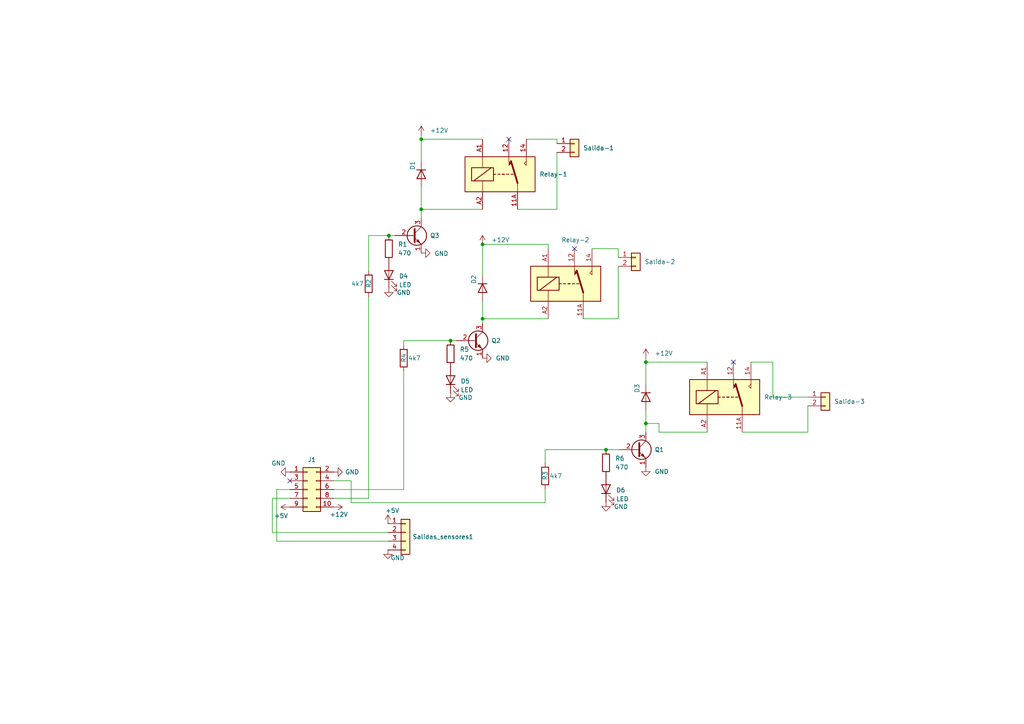
<source format=kicad_sch>
(kicad_sch (version 20211123) (generator eeschema)
  (paper "A4")
  (lib_symbols
    (symbol "Connector_Generic:Conn_01x02" (pin_names (offset 1.016) hide)
      (property "Reference" "J" (at 0 2.54 0))
      (property "Value" "Conn_01x02" (at 0 -5.08 0))
      (symbol "Conn_01x02_1_1"
        (rectangle (start -1.27 -2.413) (end 0 -2.667) (stroke (width 0.1524)))
        (rectangle (start -1.27 0.127) (end 0 -0.127) (stroke (width 0.1524)))
        (rectangle (start -1.27 1.27) (end 1.27 -3.81) (stroke (width 0.254)) (fill (type background)))
        (pin passive line (at -5.08 0 0) (length 3.81) (name "Pin_1") (number "1"))
        (pin passive line (at -5.08 -2.54 0) (length 3.81) (name "Pin_2") (number "2"))
      )
    )
    (symbol "Connector_Generic:Conn_01x04" (pin_names (offset 1.016) hide)
      (property "Reference" "J" (at 0 5.08 0))
      (property "Value" "Conn_01x04" (at 0 -7.62 0))
      (symbol "Conn_01x04_1_1"
        (rectangle (start -1.27 -4.953) (end 0 -5.207) (stroke (width 0.1524)))
        (rectangle (start -1.27 -2.413) (end 0 -2.667) (stroke (width 0.1524)))
        (rectangle (start -1.27 0.127) (end 0 -0.127) (stroke (width 0.1524)))
        (rectangle (start -1.27 2.667) (end 0 2.413) (stroke (width 0.1524)))
        (rectangle (start -1.27 3.81) (end 1.27 -6.35) (stroke (width 0.254)) (fill (type background)))
        (pin passive line (at -5.08 2.54 0) (length 3.81) (name "Pin_1") (number "1"))
        (pin passive line (at -5.08 0 0) (length 3.81) (name "Pin_2") (number "2"))
        (pin passive line (at -5.08 -2.54 0) (length 3.81) (name "Pin_3") (number "3"))
        (pin passive line (at -5.08 -5.08 0) (length 3.81) (name "Pin_4") (number "4"))
      )
    )
    (symbol "Connector_Generic:Conn_02x05_Odd_Even" (pin_names (offset 1.016) hide)
      (property "Reference" "J" (at 1.27 7.62 0))
      (property "Value" "Conn_02x05_Odd_Even" (at 1.27 -7.62 0))
      (symbol "Conn_02x05_Odd_Even_1_1"
        (rectangle (start -1.27 -4.953) (end 0 -5.207) (stroke (width 0.1524)))
        (rectangle (start -1.27 -2.413) (end 0 -2.667) (stroke (width 0.1524)))
        (rectangle (start -1.27 0.127) (end 0 -0.127) (stroke (width 0.1524)))
        (rectangle (start -1.27 2.667) (end 0 2.413) (stroke (width 0.1524)))
        (rectangle (start -1.27 5.207) (end 0 4.953) (stroke (width 0.1524)))
        (rectangle (start -1.27 6.35) (end 3.81 -6.35) (stroke (width 0.254)) (fill (type background)))
        (rectangle (start 3.81 -4.953) (end 2.54 -5.207) (stroke (width 0.1524)))
        (rectangle (start 3.81 -2.413) (end 2.54 -2.667) (stroke (width 0.1524)))
        (rectangle (start 3.81 0.127) (end 2.54 -0.127) (stroke (width 0.1524)))
        (rectangle (start 3.81 2.667) (end 2.54 2.413) (stroke (width 0.1524)))
        (rectangle (start 3.81 5.207) (end 2.54 4.953) (stroke (width 0.1524)))
        (pin passive line (at -5.08 5.08 0) (length 3.81) (name "Pin_1") (number "1"))
        (pin passive line (at 7.62 -5.08 180) (length 3.81) (name "Pin_10") (number "10"))
        (pin passive line (at 7.62 5.08 180) (length 3.81) (name "Pin_2") (number "2"))
        (pin passive line (at -5.08 2.54 0) (length 3.81) (name "Pin_3") (number "3"))
        (pin passive line (at 7.62 2.54 180) (length 3.81) (name "Pin_4") (number "4"))
        (pin passive line (at -5.08 0 0) (length 3.81) (name "Pin_5") (number "5"))
        (pin passive line (at 7.62 0 180) (length 3.81) (name "Pin_6") (number "6"))
        (pin passive line (at -5.08 -2.54 0) (length 3.81) (name "Pin_7") (number "7"))
        (pin passive line (at 7.62 -2.54 180) (length 3.81) (name "Pin_8") (number "8"))
        (pin passive line (at -5.08 -5.08 0) (length 3.81) (name "Pin_9") (number "9"))
      )
    )
    (symbol "Device:LED" (pin_numbers hide) (pin_names (offset 1.016) hide)
      (property "Reference" "D" (at 0 2.54 0))
      (property "Value" "LED" (at 0 -2.54 0))
      (symbol "LED_0_1"
        (polyline (pts (xy -1.27 -1.27) (xy -1.27 1.27)) (stroke (width 0.254)))
        (polyline (pts (xy -1.27 0) (xy 1.27 0)))
        (polyline (pts (xy 1.27 -1.27) (xy 1.27 1.27) (xy -1.27 0) (xy 1.27 -1.27)) (stroke (width 0.254)))
        (polyline (pts (xy -3.048 -0.762) (xy -4.572 -2.286) (xy -3.81 -2.286) (xy -4.572 -2.286) (xy -4.572 -1.524)))
        (polyline (pts (xy -1.778 -0.762) (xy -3.302 -2.286) (xy -2.54 -2.286) (xy -3.302 -2.286) (xy -3.302 -1.524)))
      )
      (symbol "LED_1_1"
        (pin passive line (at -3.81 0 0) (length 2.54) (name "K") (number "1"))
        (pin passive line (at 3.81 0 180) (length 2.54) (name "A") (number "2"))
      )
    )
    (symbol "Device:R" (pin_numbers hide) (pin_names (offset 0))
      (property "Reference" "R" (at 2.032 0 90))
      (property "Value" "R" (at 0 0 90))
      (symbol "R_0_1"
        (rectangle (start -1.016 -2.54) (end 1.016 2.54) (stroke (width 0.254)))
      )
      (symbol "R_1_1"
        (pin passive line (at 0 3.81 270) (length 1.27) (name "~") (number "1"))
        (pin passive line (at 0 -3.81 90) (length 1.27) (name "~") (number "2"))
      )
    )
    (symbol "Diode:1N4007" (pin_numbers hide) (pin_names (offset 1.016) hide)
      (property "Reference" "D" (at 0 2.54 0))
      (property "Value" "1N4007" (at 0 -2.54 0))
      (symbol "1N4007_0_1"
        (polyline (pts (xy -1.27 1.27) (xy -1.27 -1.27)) (stroke (width 0.254)))
        (polyline (pts (xy 1.27 0) (xy -1.27 0)))
        (polyline (pts (xy 1.27 1.27) (xy 1.27 -1.27) (xy -1.27 0) (xy 1.27 1.27)) (stroke (width 0.254)))
      )
      (symbol "1N4007_1_1"
        (pin passive line (at -3.81 0 0) (length 2.54) (name "K") (number "1"))
        (pin passive line (at 3.81 0 180) (length 2.54) (name "A") (number "2"))
      )
    )
    (symbol "Relay:RAYEX-L90"
      (property "Reference" "K" (at 11.43 3.81 0))
      (property "Value" "RAYEX-L90" (at 11.43 1.27 0))
      (symbol "RAYEX-L90_1_0"
        (polyline (pts (xy 2.54 3.81) (xy 2.54 5.08)))
        (polyline (pts (xy 7.62 3.81) (xy 7.62 5.08)))
        (polyline (pts (xy 7.62 3.81) (xy 7.62 2.54) (xy 6.985 3.175) (xy 7.62 3.81)))
      )
      (symbol "RAYEX-L90_1_1"
        (rectangle (start -10.16 5.08) (end 10.16 -5.08) (stroke (width 0.254)) (fill (type background)))
        (rectangle (start -8.255 1.905) (end -1.905 -1.905) (stroke (width 0.254)))
        (polyline (pts (xy -7.62 -1.905) (xy -2.54 1.905)) (stroke (width 0.254)))
        (polyline (pts (xy -5.08 -5.08) (xy -5.08 -1.905)))
        (polyline (pts (xy -5.08 5.08) (xy -5.08 1.905)))
        (polyline (pts (xy -1.905 0) (xy -1.27 0)) (stroke (width 0.254)))
        (polyline (pts (xy -0.635 0) (xy 0 0)) (stroke (width 0.254)))
        (polyline (pts (xy 0.635 0) (xy 1.27 0)) (stroke (width 0.254)))
        (polyline (pts (xy 0.635 0) (xy 1.27 0)) (stroke (width 0.254)))
        (polyline (pts (xy 1.905 0) (xy 2.54 0)) (stroke (width 0.254)))
        (polyline (pts (xy 3.175 0) (xy 3.81 0)) (stroke (width 0.254)))
        (polyline (pts (xy 5.08 -2.54) (xy 3.175 3.81)) (stroke (width 0.508)))
        (polyline (pts (xy 5.08 -2.54) (xy 5.08 -5.08)))
        (polyline (pts (xy 2.54 2.54) (xy 3.175 3.175) (xy 2.54 3.81)) (fill (type outline)))
        (pin passive line (at 5.08 -10.16 90) (length 5.08) (name "~") (number "11A"))
        (pin passive line (at 5.08 -10.16 90) (length 5.08) hide (name "~") (number "11B"))
        (pin passive line (at 2.54 10.16 270) (length 5.08) (name "~") (number "12"))
        (pin passive line (at 7.62 10.16 270) (length 5.08) (name "~") (number "14"))
        (pin passive line (at -5.08 10.16 270) (length 5.08) (name "~") (number "A1"))
        (pin passive line (at -5.08 -10.16 90) (length 5.08) (name "~") (number "A2"))
      )
    )
    (symbol "Transistor_BJT:PN2222A" (pin_names (offset 0) hide)
      (property "Reference" "Q" (at 5.08 1.905 0))
      (property "Value" "PN2222A" (at 5.08 0 0))
      (symbol "PN2222A_0_1"
        (polyline (pts (xy 0 0) (xy 0.635 0)))
        (polyline (pts (xy 2.54 -2.54) (xy 0.635 -0.635)))
        (polyline (pts (xy 2.54 2.54) (xy 0.635 0.635)))
        (polyline (pts (xy 0.635 1.905) (xy 0.635 -1.905) (xy 0.635 -1.905)) (stroke (width 0.508)))
        (polyline (pts (xy 2.413 -2.413) (xy 1.905 -1.905) (xy 1.905 -1.905)))
        (polyline (pts (xy 1.143 -1.651) (xy 1.651 -1.143) (xy 2.159 -2.159) (xy 1.143 -1.651) (xy 1.143 -1.651)) (fill (type outline)))
        (circle (center 1.27 0) (radius 2.8194) (stroke (width 0.254)))
      )
      (symbol "PN2222A_1_1"
        (pin passive line (at 2.54 -5.08 90) (length 2.54) (name "E") (number "1"))
        (pin input line (at -5.08 0 0) (length 5.08) (name "B") (number "2"))
        (pin passive line (at 2.54 5.08 270) (length 2.54) (name "C") (number "3"))
      )
    )
    (symbol "power:+12V" (power) (pin_names (offset 0))
      (property "Value" "+12V" (at 0 3.556 0))
      (symbol "+12V_0_1"
        (polyline (pts (xy -0.762 1.27) (xy 0 2.54)))
        (polyline (pts (xy 0 0) (xy 0 2.54)))
        (polyline (pts (xy 0 2.54) (xy 0.762 1.27)))
      )
      (symbol "+12V_1_1"
        (pin power_in line (at 0 0 90) (length 0) hide (name "+12V") (number "1"))
      )
    )
    (symbol "power:+5V" (power) (pin_names (offset 0))
      (property "Value" "+5V" (at 0 3.556 0))
      (symbol "+5V_0_1"
        (polyline (pts (xy -0.762 1.27) (xy 0 2.54)))
        (polyline (pts (xy 0 0) (xy 0 2.54)))
        (polyline (pts (xy 0 2.54) (xy 0.762 1.27)))
      )
      (symbol "+5V_1_1"
        (pin power_in line (at 0 0 90) (length 0) hide (name "+5V") (number "1"))
      )
    )
    (symbol "power:GND" (power) (pin_names (offset 0))
      (property "Value" "GND" (at 0 -3.81 0))
      (symbol "GND_0_1"
        (polyline (pts (xy 0 0) (xy 0 -1.27) (xy 1.27 -1.27) (xy 0 -2.54) (xy -1.27 -1.27) (xy 0 -1.27)))
      )
      (symbol "GND_1_1"
        (pin power_in line (at 0 0 270) (length 0) hide (name "GND") (number "1"))
      )
    )
  )
  (junction (at 112.776 68.326))
  (junction (at 122.174 60.706))
  (junction (at 175.768 130.429))
  (junction (at 187.325 105.029))
  (junction (at 139.954 70.866))
  (junction (at 187.325 122.809))
  (junction (at 122.174 40.386))
  (junction (at 139.954 92.456))
  (junction (at 130.683 98.806))
  (no_connect (at 84.074 139.446))
  (no_connect (at 147.574 40.386))
  (no_connect (at 166.624 72.136))
  (no_connect (at 212.725 105.029))
  (wire (pts (xy 122.174 40.386) (xy 122.174 39.116)))
  (wire (pts (xy 139.954 70.866) (xy 159.004 70.866)))
  (wire (pts (xy 152.654 40.386) (xy 161.544 40.386)))
  (wire (pts (xy 217.805 105.029) (xy 224.155 105.029)))
  (wire (pts (xy 139.954 87.376) (xy 139.954 92.456)))
  (wire (pts (xy 117.094 107.696) (xy 117.094 141.986)))
  (wire (pts (xy 106.934 86.106) (xy 106.934 144.526)))
  (wire (pts (xy 78.994 154.432) (xy 112.522 154.432)))
  (wire (pts (xy 187.325 122.809) (xy 187.325 125.349)))
  (wire (pts (xy 80.264 156.972) (xy 112.522 156.972)))
  (wire (pts (xy 187.325 105.029) (xy 187.325 111.379)))
  (wire (pts (xy 191.135 125.349) (xy 191.135 122.809)))
  (wire (pts (xy 171.704 72.136) (xy 179.324 72.136)))
  (wire (pts (xy 139.954 70.866) (xy 139.954 79.756)))
  (wire (pts (xy 122.174 54.356) (xy 122.174 60.706)))
  (wire (pts (xy 139.954 92.456) (xy 139.954 93.726)))
  (wire (pts (xy 139.954 92.456) (xy 159.004 92.456)))
  (wire (pts (xy 175.768 130.429) (xy 179.705 130.429)))
  (wire (pts (xy 80.264 141.986) (xy 84.074 141.986)))
  (wire (pts (xy 158.115 130.429) (xy 175.768 130.429)))
  (wire (pts (xy 106.934 68.326) (xy 106.934 78.486)))
  (wire (pts (xy 158.115 141.859) (xy 158.115 145.796)))
  (wire (pts (xy 150.114 60.706) (xy 161.544 60.706)))
  (wire (pts (xy 187.325 105.029) (xy 187.325 103.759)))
  (wire (pts (xy 191.135 122.809) (xy 187.325 122.809)))
  (wire (pts (xy 122.174 60.706) (xy 122.174 63.246)))
  (wire (pts (xy 117.094 98.806) (xy 130.683 98.806)))
  (wire (pts (xy 101.854 145.796) (xy 158.115 145.796)))
  (wire (pts (xy 191.135 125.349) (xy 205.105 125.349)))
  (wire (pts (xy 130.683 98.806) (xy 132.334 98.806)))
  (wire (pts (xy 96.774 139.446) (xy 101.854 139.446)))
  (wire (pts (xy 215.265 125.349) (xy 234.315 125.349)))
  (wire (pts (xy 117.094 141.986) (xy 96.774 141.986)))
  (wire (pts (xy 122.174 40.386) (xy 122.174 46.736)))
  (wire (pts (xy 122.174 60.706) (xy 139.954 60.706)))
  (wire (pts (xy 139.954 40.386) (xy 122.174 40.386)))
  (wire (pts (xy 187.325 105.029) (xy 205.105 105.029)))
  (wire (pts (xy 112.776 68.326) (xy 114.554 68.326)))
  (wire (pts (xy 80.264 141.986) (xy 80.264 156.972)))
  (wire (pts (xy 106.934 144.526) (xy 96.774 144.526)))
  (wire (pts (xy 117.094 98.806) (xy 117.094 100.076)))
  (wire (pts (xy 179.324 92.456) (xy 169.164 92.456)))
  (wire (pts (xy 161.544 40.386) (xy 161.544 41.656)))
  (wire (pts (xy 224.155 115.189) (xy 234.315 115.189)))
  (wire (pts (xy 106.934 68.326) (xy 112.776 68.326)))
  (wire (pts (xy 187.325 118.999) (xy 187.325 122.809)))
  (wire (pts (xy 161.544 60.706) (xy 161.544 44.196)))
  (wire (pts (xy 179.324 77.216) (xy 179.324 92.456)))
  (wire (pts (xy 159.004 70.866) (xy 159.004 72.136)))
  (wire (pts (xy 158.115 130.429) (xy 158.115 134.239)))
  (wire (pts (xy 224.155 105.029) (xy 224.155 115.189)))
  (wire (pts (xy 78.994 154.432) (xy 78.994 144.526)))
  (wire (pts (xy 78.994 144.526) (xy 84.074 144.526)))
  (wire (pts (xy 101.854 139.446) (xy 101.854 145.796)))
  (wire (pts (xy 179.324 72.136) (xy 179.324 74.676)))
  (wire (pts (xy 234.315 125.349) (xy 234.315 117.729)))
  (symbol (lib_id "Diode:1N4007") (at 122.174 50.546 270) (unit 1)
    (property "Reference" "D1" (at 119.634 48.006 0))
    (property "Value" "1N4007" (effects hide))
    (property "Footprint" "Diode_THT:D_DO-41_SOD81_P10.16mm_Horizontal" (effects hide))
    (property "Datasheet" "http://www.vishay.com/docs/88503/1n4001.pdf" (effects hide))
  )
  (symbol (lib_id "power:GND") (at 122.174 73.406 90) (unit 1)
    (property "Reference" "#PWR06" (effects hide))
    (property "Value" "GND" (at 125.984 73.5329 90) (effects (justify right)))
  )
  (symbol (lib_id "Relay:RAYEX-L90") (at 145.034 50.546 0) (unit 1)
    (property "Reference" "Relay-1" (at 156.464 50.5459 0) (effects (justify left)))
    (property "Value" "RAYEX-L90" (effects hide))
    (property "Footprint" "Relay_THT:Relay_SPDT_RAYEX-L90" (effects hide))
    (property "Datasheet" "https://a3.sofastcdn.com/attachment/7jioKBjnRiiSrjrjknRiwS77gwbf3zmp/L90-SERIES.pdf" (effects hide))
  )
  (symbol (lib_id "Connector_Generic:Conn_01x02") (at 239.395 115.189 0) (unit 1)
    (property "Reference" "Salida-3" (at 241.935 116.4589 0) (effects (justify left)))
    (property "Value" "Conn_01x02" (effects hide))
    (property "Footprint" "TerminalBlock:TerminalBlock_bornier-2_P5.08mm" (effects hide))
  )
  (symbol (lib_id "power:+5V") (at 84.074 147.066 90) (unit 1)
    (property "Reference" "#PWR0102" (effects hide))
    (property "Value" "+5V" (at 81.534 149.606 90))
  )
  (symbol (lib_id "Diode:1N4007") (at 187.325 115.189 270) (unit 1)
    (property "Reference" "D3" (at 184.785 112.649 0))
    (property "Value" "1N4007" (effects hide))
    (property "Footprint" "Diode_THT:D_DO-41_SOD81_P10.16mm_Horizontal" (effects hide))
    (property "Datasheet" "http://www.vishay.com/docs/88503/1n4001.pdf" (effects hide))
  )
  (symbol (lib_id "Connector_Generic:Conn_01x02") (at 166.624 41.656 0) (unit 1)
    (property "Reference" "Salida-1" (at 169.164 42.9259 0) (effects (justify left)))
    (property "Value" "Conn_01x02" (effects hide))
    (property "Footprint" "TerminalBlock:TerminalBlock_bornier-2_P5.08mm" (effects hide))
  )
  (symbol (lib_id "power:+12V") (at 139.954 70.866 0) (unit 1)
    (property "Reference" "#PWR010" (effects hide))
    (property "Value" "+12V" (at 142.494 69.5959 0) (effects (justify left)))
  )
  (symbol (lib_id "power:+12V") (at 122.174 39.116 0) (unit 1)
    (property "Reference" "#PWR09" (effects hide))
    (property "Value" "+12V" (at 124.714 37.8459 0) (effects (justify left)))
  )
  (symbol (lib_id "Connector_Generic:Conn_02x05_Odd_Even") (at 89.154 141.986 0) (unit 1)
    (property "Reference" "J1" (at 90.424 133.35 0))
    (property "Value" "Conn_02x05_Odd_Even" (effects hide))
    (property "Footprint" "Connector_IDC:IDC-Header_2x05_P2.54mm_Vertical" (effects hide))
  )
  (symbol (lib_id "Device:R") (at 158.115 138.049 0) (unit 1)
    (property "Reference" "R3" (at 158.115 139.319 90) (effects (justify left)))
    (property "Value" "4k7" (at 159.385 138.049 0) (effects (justify left)))
    (property "Footprint" "Resistor_THT:R_Axial_DIN0204_L3.6mm_D1.6mm_P7.62mm_Horizontal" (effects hide))
  )
  (symbol (lib_id "Device:R") (at 112.776 72.136 0) (unit 1)
    (property "Reference" "R1" (at 115.443 70.8659 0) (effects (justify left)))
    (property "Value" "470" (at 115.443 73.4059 0) (effects (justify left)))
    (property "Footprint" "Resistor_THT:R_Axial_DIN0204_L3.6mm_D1.6mm_P5.08mm_Horizontal" (effects hide))
  )
  (symbol (lib_id "power:GND") (at 84.074 136.906 270) (unit 1)
    (property "Reference" "#PWR0107" (effects hide))
    (property "Value" "GND" (at 82.804 134.366 90) (effects (justify right)))
  )
  (symbol (lib_id "Connector_Generic:Conn_01x02") (at 184.404 74.676 0) (unit 1)
    (property "Reference" "Salida-2" (at 186.944 75.9459 0) (effects (justify left)))
    (property "Value" "Conn_01x02" (effects hide))
    (property "Footprint" "TerminalBlock:TerminalBlock_bornier-2_P5.08mm" (effects hide))
  )
  (symbol (lib_id "power:GND") (at 175.768 145.669 0) (unit 1)
    (property "Reference" "#PWR03" (effects hide))
    (property "Value" "GND" (at 178.054 146.9389 0) (effects (justify left)))
  )
  (symbol (lib_id "Relay:RAYEX-L90") (at 164.084 82.296 0) (unit 1)
    (property "Reference" "Relay-2" (at 162.814 69.596 0) (effects (justify left)))
    (property "Value" "RAYEX-L90" (effects hide))
    (property "Footprint" "Relay_THT:Relay_SPDT_RAYEX-L90" (effects hide))
    (property "Datasheet" "https://a3.sofastcdn.com/attachment/7jioKBjnRiiSrjrjknRiwS77gwbf3zmp/L90-SERIES.pdf" (effects hide))
  )
  (symbol (lib_id "Device:R") (at 106.934 82.296 0) (unit 1)
    (property "Reference" "R2" (at 106.934 83.566 90) (effects (justify left)))
    (property "Value" "4k7" (at 101.854 82.296 0) (effects (justify left)))
    (property "Footprint" "Resistor_THT:R_Axial_DIN0204_L3.6mm_D1.6mm_P7.62mm_Horizontal" (effects hide))
  )
  (symbol (lib_id "power:+5V") (at 112.522 151.892 0) (unit 1)
    (property "Reference" "#PWR0108" (effects hide))
    (property "Value" "+5V" (at 113.792 148.082 0))
  )
  (symbol (lib_id "Transistor_BJT:PN2222A") (at 184.785 130.429 0) (unit 1)
    (property "Reference" "Q1" (at 189.865 130.4289 0) (effects (justify left)))
    (property "Value" "PN2222A" (effects hide))
    (property "Footprint" "Package_TO_SOT_THT:TO-92_Inline" (effects hide))
    (property "Datasheet" "https://www.onsemi.com/pub/Collateral/PN2222-D.PDF" (effects hide))
  )
  (symbol (lib_id "power:GND") (at 112.776 83.566 0) (unit 1)
    (property "Reference" "#PWR01" (effects hide))
    (property "Value" "GND" (at 115.062 84.8359 0) (effects (justify left)))
  )
  (symbol (lib_id "Relay:RAYEX-L90") (at 210.185 115.189 0) (unit 1)
    (property "Reference" "Relay-3" (at 221.615 115.1889 0) (effects (justify left)))
    (property "Value" "RAYEX-L90" (effects hide))
    (property "Footprint" "Relay_THT:Relay_SPDT_RAYEX-L90" (effects hide))
    (property "Datasheet" "https://a3.sofastcdn.com/attachment/7jioKBjnRiiSrjrjknRiwS77gwbf3zmp/L90-SERIES.pdf" (effects hide))
  )
  (symbol (lib_id "Device:R") (at 175.768 134.239 0) (unit 1)
    (property "Reference" "R6" (at 178.435 132.9689 0) (effects (justify left)))
    (property "Value" "470" (at 178.435 135.5089 0) (effects (justify left)))
    (property "Footprint" "Resistor_THT:R_Axial_DIN0204_L3.6mm_D1.6mm_P5.08mm_Horizontal" (effects hide))
  )
  (symbol (lib_id "Device:R") (at 117.094 103.886 0) (unit 1)
    (property "Reference" "R4" (at 117.094 105.156 90) (effects (justify left)))
    (property "Value" "4k7" (at 118.364 103.886 0) (effects (justify left)))
    (property "Footprint" "Resistor_THT:R_Axial_DIN0204_L3.6mm_D1.6mm_P7.62mm_Horizontal" (effects hide))
  )
  (symbol (lib_id "Device:LED") (at 175.768 141.859 90) (unit 1)
    (property "Reference" "D6" (at 178.689 142.1764 90) (effects (justify right)))
    (property "Value" "LED" (at 178.689 144.7164 90) (effects (justify right)))
    (property "Footprint" "LED_THT:LED_D5.0mm" (effects hide))
  )
  (symbol (lib_id "power:GND") (at 112.522 159.512 0) (unit 1)
    (property "Reference" "#PWR0112" (effects hide))
    (property "Value" "GND" (at 117.348 161.798 0) (effects (justify right)))
  )
  (symbol (lib_id "Connector_Generic:Conn_01x04") (at 117.602 154.432 0) (unit 1)
    (property "Reference" "Salidas_sensores1" (at 119.634 155.7019 0) (effects (justify left)))
    (property "Value" "Conn_01x04" (effects hide))
    (property "Footprint" "TerminalBlock:TerminalBlock_bornier-4_P5.08mm" (effects hide))
  )
  (symbol (lib_id "Device:R") (at 130.683 102.616 0) (unit 1)
    (property "Reference" "R5" (at 133.35 101.3459 0) (effects (justify left)))
    (property "Value" "470" (at 133.35 103.8859 0) (effects (justify left)))
    (property "Footprint" "Resistor_THT:R_Axial_DIN0204_L3.6mm_D1.6mm_P5.08mm_Horizontal" (effects hide))
  )
  (symbol (lib_id "power:GND") (at 96.774 136.906 90) (unit 1)
    (property "Reference" "#PWR0128" (effects hide))
    (property "Value" "GND" (at 100.076 136.906 90) (effects (justify right)))
  )
  (symbol (lib_id "Diode:1N4007") (at 139.954 83.566 270) (unit 1)
    (property "Reference" "D2" (at 137.414 81.026 0))
    (property "Value" "1N4007" (effects hide))
    (property "Footprint" "Diode_THT:D_DO-41_SOD81_P10.16mm_Horizontal" (effects hide))
    (property "Datasheet" "http://www.vishay.com/docs/88503/1n4001.pdf" (effects hide))
  )
  (symbol (lib_id "power:+12V") (at 187.325 103.759 0) (unit 1)
    (property "Reference" "#PWR011" (effects hide))
    (property "Value" "+12V" (at 189.865 102.4889 0) (effects (justify left)))
  )
  (symbol (lib_id "power:GND") (at 139.954 103.886 90) (unit 1)
    (property "Reference" "#PWR07" (effects hide))
    (property "Value" "GND" (at 143.764 103.8859 90) (effects (justify right)))
  )
  (symbol (lib_id "Device:LED") (at 112.776 79.756 90) (unit 1)
    (property "Reference" "D4" (at 115.697 80.0734 90) (effects (justify right)))
    (property "Value" "LED" (at 115.697 82.6134 90) (effects (justify right)))
    (property "Footprint" "LED_THT:LED_D5.0mm" (effects hide))
  )
  (symbol (lib_id "power:GND") (at 130.683 114.046 0) (unit 1)
    (property "Reference" "#PWR02" (effects hide))
    (property "Value" "GND" (at 132.969 115.3159 0) (effects (justify left)))
  )
  (symbol (lib_id "Transistor_BJT:PN2222A") (at 137.414 98.806 0) (unit 1)
    (property "Reference" "Q2" (at 142.494 98.8059 0) (effects (justify left)))
    (property "Value" "PN2222A" (effects hide))
    (property "Footprint" "Package_TO_SOT_THT:TO-92_Inline" (effects hide))
    (property "Datasheet" "https://www.onsemi.com/pub/Collateral/PN2222-D.PDF" (effects hide))
  )
  (symbol (lib_id "power:+12V") (at 96.774 147.066 270) (unit 1)
    (property "Reference" "#PWR0129" (effects hide))
    (property "Value" "+12V" (at 95.631 149.225 90) (effects (justify left)))
  )
  (symbol (lib_id "power:GND") (at 187.325 135.509 0) (unit 1)
    (property "Reference" "#PWR0140" (effects hide))
    (property "Value" "GND" (at 189.865 136.7789 0) (effects (justify left)))
  )
  (symbol (lib_id "Transistor_BJT:PN2222A") (at 119.634 68.326 0) (unit 1)
    (property "Reference" "Q3" (at 124.714 68.3259 0) (effects (justify left)))
    (property "Value" "PN2222A" (effects hide))
    (property "Footprint" "Package_TO_SOT_THT:TO-92_Inline" (effects hide))
    (property "Datasheet" "https://www.onsemi.com/pub/Collateral/PN2222-D.PDF" (effects hide))
  )
  (symbol (lib_id "Device:LED") (at 130.683 110.236 90) (unit 1)
    (property "Reference" "D5" (at 133.604 110.5534 90) (effects (justify right)))
    (property "Value" "LED" (at 133.604 113.0934 90) (effects (justify right)))
    (property "Footprint" "LED_THT:LED_D5.0mm" (effects hide))
  )
)
</source>
